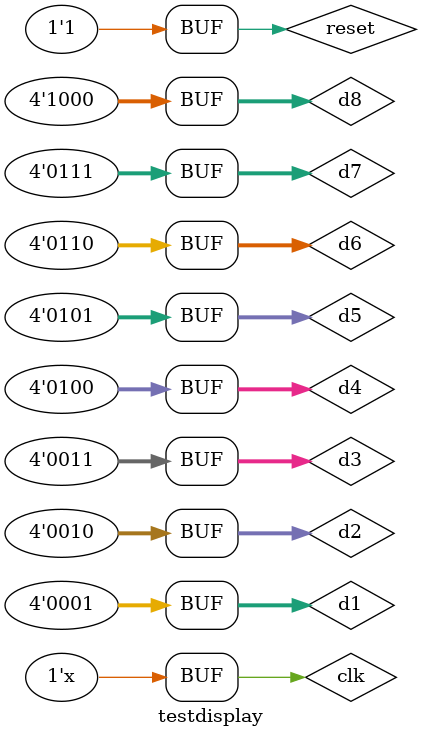
<source format=sv>
`timescale 1ns / 1ps


module testdisplay(

    );
    logic [7:0]an;
    logic [6:0]sevenSeg;
    logic clk,reset;
    logic [3:0]d1,d2,d3,d4,d5,d6,d7,d8;
    display U1(.an(an),.sevenSeg(sevenSeg),.clk(clk),
    .reset(reset),.d1(d1),.d2(d2),.d4(d4),.d5(d5),.d7(d7),.d8(d8));
    
    always #5 clk = ~clk;
    initial begin
        clk=0;
        reset=0;
        #3
        reset=1;
        d1=4'd1;
        d2=4'd2;
        d3=4'd3;
        d4=4'd4;
        d5=4'd5;
        d6=4'd6;
        d7=4'd7;
        d8=4'd8;
    end
endmodule

</source>
